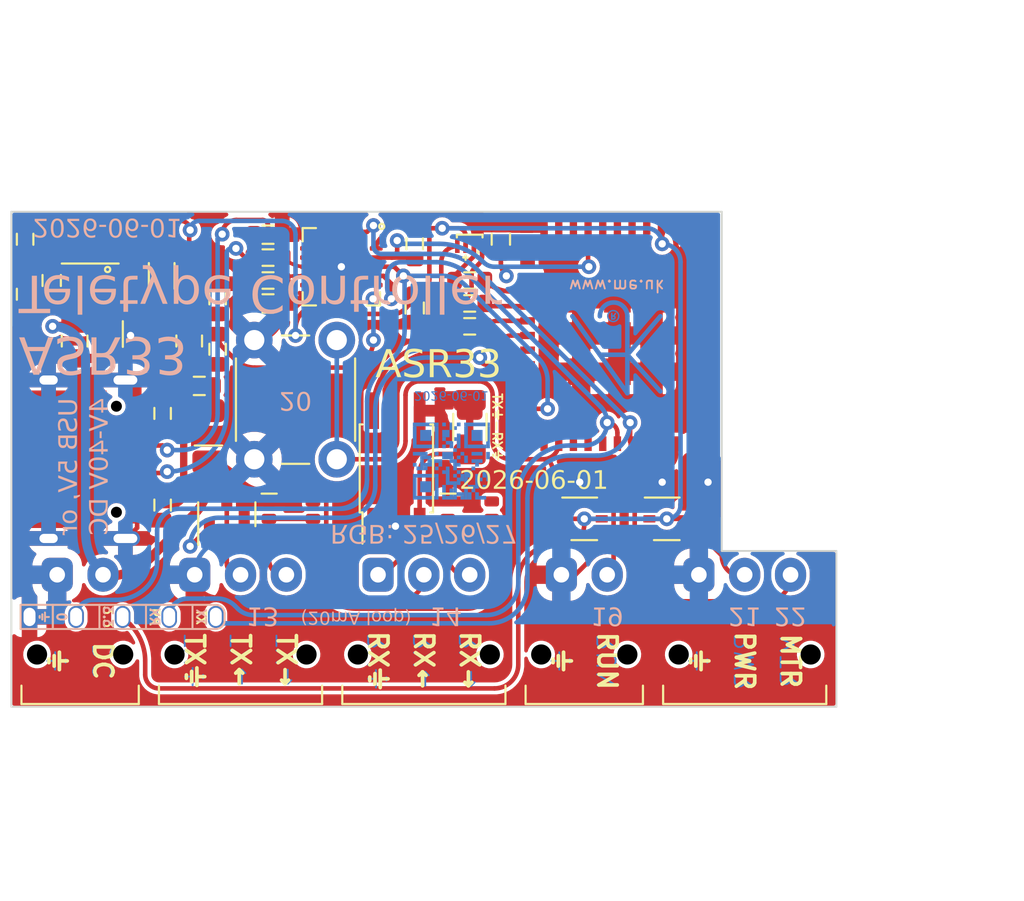
<source format=kicad_pcb>
(kicad_pcb (version 20221018) (generator pcbnew)
  (title_block (title "ASR33 driver") (rev "1") (comment 1 "www.me.uk") (comment 2 "@TheRealRevK"))
  (layers (0 "F.Cu" signal) (31 "B.Cu" signal) (34 "B.Paste" user) (35 "F.Paste" user) (36 "B.SilkS" user "B.Silkscreen") (37 "F.SilkS" user "F.Silkscreen") (38 "B.Mask" user) (39 "F.Mask" user) (44 "Edge.Cuts" user))
  (net 0 "")
  (net 1 "D+")
  (net 2 "GND")
  (net 3 "D-")
  (net 4 "+3V3")
  (net 5 "VBUS")
  (net 6 "Net-(D1-GK)")
  (net 7 "MTR")
  (net 8 "PWR")
  (net 9 "RUN")
  (net 10 "RX20MA")
  (net 11 "O")
  (net 12 "I")
  (net 13 "Net-(D1-RK)")
  (net 14 "Net-(D1-BK)")
  (net 15 "Net-(J5-Pin_3)")
  (net 16 "Net-(J5-Pin_2)")
  (net 17 "Net-(J6-Pin_3)")
  (net 18 "Net-(J6-Pin_2)")
  (net 19 "Net-(J6-Pin_1)")
  (net 20 "Net-(J7-CC1)")
  (net 22 "EN")
  (net 23 "Net-(J7-CC2)")
  (net 25 "Net-(U2-CBUS3)")
  (net 26 "GPIO0")
  (net 27 "Net-(U6-FB)")
  (net 28 "TX20MA")
  (net 29 "Net-(C2-Pad1)")
  (net 31 "R")
  (net 32 "G")
  (net 33 "B")
  (net 37 "Net-(C3-Pad1)")
  (net 43 "BUTTON")
  (net 47 "DC")
  (footprint "RevK:D_1206_" (layer "F.Cu") (at 126.58 100.17)
    (fp_text reference "D5" hide)
    (fp_text value "Schottky")
  )
  (footprint "RevK:SOT-457" (layer "F.Cu") (at 145 110.25)
    (fp_text reference "U4" hide)
    (fp_text value "NCR402U")
  )
  (footprint "RevK:R_0603" (layer "F.Cu") (at 145 99.75)
    (fp_text reference "R6" hide)
    (fp_text value "100R")
  )
  (footprint "RevK:R_0603" (layer "F.Cu") (at 142 95.25 90)
    (fp_text reference "R1" hide)
    (fp_text value "10k")
  )
  (footprint "RevK:QFN-20-1EP_4x4mm_P0.5mm_EP2.5x2.5mm" (layer "F.Cu") (at 138 96.5 -90)
    (fp_text reference "U2" hide)
    (fp_text value "FT231XQ")
  )
  (footprint "Package_SO:SO-4_4.4x3.6mm_P2.54mm" (layer "F.Cu") (at 141 107.5 90)
    (fp_text reference "U5" hide)
    (fp_text value "LTV-356T")
  )
  (footprint "RevK:C_0603" (layer "F.Cu") (at 130.25 103)
    (fp_text reference "C4" hide)
    (fp_text value "10nF")
  )
  (footprint "RevK:Pad_1206_0805_Bridged" (layer "F.Cu") (at 145 105.25 -90)
    (fp_text reference "JP1" hide)
    (fp_text value "Jumper_2_Bridged")
  )
  (footprint "RevK:R_0603" (layer "F.Cu") (at 120.75 98 90)
    (fp_text reference "R12" hide)
    (fp_text value "30k 1%")
  )
  (footprint "RevK:C_0603_" (layer "F.Cu") (at 122.2 97.25 90)
    (fp_text reference "C5" hide)
    (fp_text value "100nF")
  )
  (footprint "RevK:PTSM-HH1-3-RA" (layer "F.Cu") (at 132.5 113.3)
    (fp_text reference "J5" hide)
    (fp_text value "Tx")
  )
  (footprint "RevK:C_0603" (layer "F.Cu") (at 134 94.75)
    (fp_text reference "C3" hide)
    (fp_text value "47pF")
  )
  (footprint "RevK:SOT-457" (layer "F.Cu") (at 135.25 110.25)
    (fp_text reference "U3" hide)
    (fp_text value "NCR402U")
  )
  (footprint "RevK:USC16-TR" (layer "F.Cu") (at 124.34 107 -90)
    (fp_text reference "J7" hide)
    (fp_text value "USB-C")
  )
  (footprint "RevK:R_0603" (layer "F.Cu") (at 128.25 109.5 90)
    (fp_text reference "R8" hide)
    (fp_text value "5K1")
  )
  (footprint "RevK:C_0805_" (layer "F.Cu") (at 129.7 100.55 90)
    (fp_text reference "C7" hide)
    (fp_text value "10uF")
  )
  (footprint "RevK:R_0603" (layer "F.Cu") (at 120.75 95 -90)
    (fp_text reference "R11" hide)
    (fp_text value "100k 1%")
  )
  (footprint "RevK:R_0603" (layer "F.Cu") (at 128.25 104.5 90)
    (fp_text reference "R7" hide)
    (fp_text value "5K1")
  )
  (footprint "RevK:R_0603" (layer "F.Cu") (at 131.25 101 90)
    (fp_text reference "R2" hide)
    (fp_text value "4k7")
  )
  (footprint "RevK:ESP32-PICO-MINI-02" (layer "F.Cu") (at 153.05675 100.25 -90)
    (fp_text reference "U1" hide)
    (fp_text value "ESP32-PICO-MINI-02")
  )
  (footprint "Package_TO_SOT_SMD:SOT-363_SC-70-6" (layer "F.Cu") (at 155.75 110.25)
    (fp_text reference "D2" hide)
    (fp_text value "BAV99S")
  )
  (footprint "RevK:C_0603" (layer "F.Cu") (at 134 98.5)
    (fp_text reference "C2" hide)
    (fp_text value "47pF")
  )
  (footprint "RevK:R_0603" (layer "F.Cu") (at 145 97.25)
    (fp_text reference "R4" hide)
    (fp_text value "300R")
  )
  (footprint "RevK:MHS190RGBCT" (layer "F.Cu") (at 145 95.5)
    (fp_text reference "D1" hide)
    (fp_text value "LED_BARG" hide)
  )
  (footprint "RevK:D_1206" (layer "F.Cu") (at 130.75 105.75 90)
    (fp_text reference "D4" hide)
    (fp_text value "Schottky")
  )
  (footprint "RevK:R_0603" (layer "F.Cu") (at 134 97.25)
    (fp_text reference "R9" hide)
    (fp_text value "27R")
  )
  (footprint "RevK:R_0603" (layer "F.Cu") (at 131.25 98.25 90)
    (fp_text reference "R3" hide)
    (fp_text value "10k")
  )
  (footprint "Package_TO_SOT_SMD:SOT-23" (layer "F.Cu") (at 131.75 110 90)
    (fp_text reference "Q1" hide)
    (fp_text value "NX7002AK")
  )
  (footprint "RevK:SOT-23-Thin-6-Reg" (layer "F.Cu") (at 124.3 97)
    (fp_text reference "U6" hide)
    (fp_text value "LMR16006XDDCR")
  )
  (footprint "RevK:PTSM-HH1-3-RA" (layer "F.Cu") (at 142.5 113.3)
    (fp_text reference "J6" hide)
    (fp_text value "Rx")
  )
  (footprint "RevK:R_0603" (layer "F.Cu") (at 145 98.5)
    (fp_text reference "R5" hide)
    (fp_text value "1K")
  )
  (footprint "RevK:R_0603" (layer "F.Cu") (at 134 96 180)
    (fp_text reference "R10" hide)
    (fp_text value "27R")
  )
  (footprint "RevK:PTSM-HH1-2-RA" (layer "F.Cu") (at 123.75 113.3)
    (fp_text reference "J2" hide)
    (fp_text value "DC")
  )
  (footprint "RevK:Shelly" (layer "F.Cu") (at 126.07 115.6 180)
    (fp_text reference "J1" hide)
    (fp_text value "Shelly" hide)
  )
  (footprint "RevK:L_4x4_" (layer "F.Cu") (at 128.2 97)
    (fp_text reference "L1" hide)
    (fp_text value "6.8uH")
  )
  (footprint "RevK:C_0805_" (layer "F.Cu") (at 123.45 100.55 90)
    (fp_text reference "C6" hide)
    (fp_text value "2.2uF")
  )
  (footprint "RevK:C_0603" (layer "F.Cu") (at 146.7 95 -90)
    (fp_text reference "C8" hide)
    (fp_text value "1uF")
  )
  (footprint "RevK:SW_PUSH_6mm_PTH" (layer "F.Cu") (at 135.5 103.75 90)
    (fp_text reference "SW1" hide)
    (fp_text value "SW_Push")
  )
  (footprint "RevK:PTSM-HH1-3-RA" (layer "F.Cu") (at 160 113.3)
    (fp_text reference "J3" hide)
    (fp_text value "Power")
  )
  (footprint "Package_TO_SOT_SMD:SOT-363_SC-70-6" (layer "F.Cu") (at 151.25 110.25)
    (fp_text reference "D3" hide)
    (fp_text value "BAV99S")
  )
  (footprint "RevK:PTSM-HH1-2-RA" (layer "F.Cu") (at 151.25 113.3)
    (fp_text reference "J4" hide)
    (fp_text value "RUN")
  )
  (footprint "RevK:C_0603" (layer "F.Cu") (at 142 98.75 -90)
    (fp_text reference "C1" hide)
    (fp_text value "100nF")
  )
  (footprint "RevK:QR-ASR33" (layer "B.Cu") (at 144 107.1)
    (fp_text reference "U7" hide)
    (fp_text value "QR" hide)
  )
  (footprint "RevK:AJK" (layer "B.Cu") (at 153.6 101.3)
    (fp_text reference "Logo1" hide)
    (fp_text value "AJK" hide)
  )
  (gr_line (start 158.75 93.5) (end 158.75 112) (stroke (width 0.1)) (layer "Edge.Cuts"))
  (gr_line (start 165 120.5) (end 120 120.5) (stroke (width 0.1)) (layer "Edge.Cuts"))
  (gr_line (start 158.75 112) (end 165 112) (stroke (width 0.1)) (layer "Edge.Cuts"))
  (gr_line (start 120 120.5) (end 120 93.5) (stroke (width 0.1)) (layer "Edge.Cuts"))
  (gr_line (start 165 112) (end 165 120.5) (stroke (width 0.1)) (layer "Edge.Cuts"))
  (gr_line (start 120 93.5) (end 158.75 93.5) (stroke (width 0.1)) (layer "Edge.Cuts"))
  (gr_text "⏚" (at 150 118 90) (layer "B.Cu") (effects (font (size 1 1) (thickness 0.1)) (justify mirror)))
  (gr_text "⏚" (at 122.5 118 90) (layer "B.Cu") (effects (font (size 1 1) (thickness 0.1)) (justify mirror)))
  (gr_text "TX←" (at 132.5 118 90) (layer "B.Cu") (effects (font (size 1 1) (thickness 0.1)) (justify mirror)))
  (gr_text "MTR" (at 162.5 118 90) (layer "B.Cu") (effects (font (size 1 1) (thickness 0.1)) (justify mirror)))
  (gr_text "⏚" (at 157.5 118 90) (layer "B.Cu") (effects (font (size 1 1) (thickness 0.1)) (justify mirror)))
  (gr_text "RX→" (at 145 118 90) (layer "B.Cu") (effects (font (size 1 1) (thickness 0.1)) (justify mirror)))
  (gr_text "RUN" (at 152.5 118 90) (layer "B.Cu") (effects (font (size 1 1) (thickness 0.1)) (justify mirror)))
  (gr_text "DC" (at 125 118 90) (layer "B.Cu") (effects (font (size 1 1) (thickness 0.1)) (justify mirror)))
  (gr_text "TX→" (at 135 118 90) (layer "B.Cu") (effects (font (size 1 1) (thickness 0.1)) (justify mirror)))
  (gr_text "TX⏚" (at 130 118 90) (layer "B.Cu") (effects (font (size 1 1) (thickness 0.1)) (justify mirror)))
  (gr_text "PWR" (at 160 118 90) (layer "B.Cu") (effects (font (size 1 1) (thickness 0.1)) (justify mirror)))
  (gr_text "RX⏚" (at 140 118 90) (layer "B.Cu") (effects (font (size 1 1) (thickness 0.1)) (justify mirror)))
  (gr_text "RX←" (at 142.5 118 90) (layer "B.Cu") (effects (font (size 1 1) (thickness 0.1)) (justify mirror)))
  (gr_text "21" (at 160 115.5 180) (layer "B.SilkS") (effects (font (size 1 1)) (justify mirror)))
  (gr_text "${CURRENT_DATE}" (at 129.3 94.3 180) (layer "B.SilkS") (effects (font (size 1 1)) (justify right mirror)))
  (gr_text "(20mA loop)" (at 138.8 115.6 180) (layer "B.SilkS") (effects (font (size 0.7 0.7)) (justify mirror)))
  (gr_text "ASR33\nTeletype Controller" (at 120.4 99.5 180) (layer "B.SilkS") (effects (font (size 2 2)) (justify left mirror)))
  (gr_text "USB 5V, or\n4V-40V DC" (at 124 107.4 90) (layer "B.SilkS") (effects (font (size 1 1)) (justify mirror)))
  (gr_text "14" (at 143.7 115.5 180) (layer "B.SilkS") (effects (font (size 1 1)) (justify mirror)))
  (gr_text "22" (at 162.5 115.5 180) (layer "B.SilkS") (effects (font (size 1 1)) (justify mirror)))
  (gr_text "20" (at 135.5 103.75 180) (layer "B.SilkS") (effects (font (size 1 1)) (justify mirror)))
  (gr_text "RGB: 25/26/27" (at 142.5 111 180) (layer "B.SilkS") (effects (font (size 1 1)) (justify mirror)))
  (gr_text "19" (at 152.5 115.5 180) (layer "B.SilkS") (effects (font (size 1 1)) (justify mirror)))
  (gr_text "13" (at 133.7 115.5 180) (layer "B.SilkS") (effects (font (size 1 1)) (justify mirror)))
  (gr_text "MTR" (at 162.5 118 270) (layer "F.SilkS") (effects (font (size 1 1) (thickness 0.2))))
  (gr_text "⏚" (at 122.5 118 270) (layer "F.SilkS") (effects (font (size 1 1) (thickness 0.2))))
  (gr_text "RUN" (at 152.5 118 270) (layer "F.SilkS") (effects (font (size 1 1) (thickness 0.2))))
  (gr_text "⏚" (at 157.5 118 270) (layer "F.SilkS") (effects (font (size 1 1) (thickness 0.2))))
  (gr_text "TX⏚" (at 130 118 270) (layer "F.SilkS") (effects (font (size 1 1) (thickness 0.2))))
  (gr_text "TX⏚-RX⏚" (at 146.5 105.25 270) (layer "F.SilkS") (effects (font (size 0.5 0.5) (thickness 0.1))))
  (gr_text "TX←" (at 132.5 118 270) (layer "F.SilkS") (effects (font (size 1 1) (thickness 0.2))))
  (gr_text "PWR" (at 160 118 270) (layer "F.SilkS") (effects (font (size 1 1) (thickness 0.2))))
  (gr_text "TX→" (at 135 118 270) (layer "F.SilkS") (effects (font (size 1 1) (thickness 0.2))))
  (gr_text "⏚" (at 150 118 270) (layer "F.SilkS") (effects (font (size 1 1) (thickness 0.2))))
  (gr_text "RX←" (at 142.5 118 270) (layer "F.SilkS") (effects (font (size 1 1) (thickness 0.2))))
  (gr_text "RX⏚" (at 140 118 270) (layer "F.SilkS") (effects (font (size 1 1) (thickness 0.2))))
  (gr_text "ASR33" (at 143.3 101.9) (layer "F.SilkS") (effects (font (size 1.5 1.5))))
  (gr_text "RX→" (at 145 118 270) (layer "F.SilkS") (effects (font (size 1 1) (thickness 0.2))))
  (gr_text "${CURRENT_DATE}" (at 148.5 108.2) (layer "F.SilkS") (effects (font (size 1 1))))
  (gr_text "DC" (at 125 118 270) (layer "F.SilkS") (effects (font (size 1 1) (thickness 0.2))))
  (segment (start 136.1 96.5) (end 136.032106 96.5) (width 0.2) (layer "F.Cu") (net 1))
  (arc (start 136.032106 96.5) (mid 135.378825 96.370054) (end 134.825 96) (width 0.2) (layer "F.Cu") (net 1))
  (segment (start 128.0625 100.17) (end 126.58 100.17) (width 0.5) (layer "F.Cu") (net 2))
  (segment (start 138.5 96) (end 138 96.5) (width 0.25) (layer "F.Cu") (net 2))
  (segment (start 134.775 94.75) (end 135.35 94.75) (width 0.25) (layer "F.Cu") (net 2))
  (segment (start 151.50665 112.55665) (end 151.325 112.738299) (width 0.25) (layer "F.Cu") (net 2))
  (segment (start 138 94.6) (end 138 96.5) (width 0.25) (layer "F.Cu") (net 2))
  (segment (start 126.86 110.2) (end 126.86 110.74) (width 0.25) (layer "F.Cu") (net 2))
  (segment (start 138 98.4) (end 138 96.5) (width 0.25) (layer "F.Cu") (net 2))
  (segment (start 129.7 101.5) (end 129.7 102.775) (width 0.25) (layer "F.Cu") (net 2))
  (segment (start 126.86 103.8) (end 128.125 103.8) (width 0.25) (layer "F.Cu") (net 2))
  (segment (start 132.99335 112.05665) (end 133.383884 112.447184) (width 0.25) (layer "F.Cu") (net 2))
  (segment (start 151.50665 112.55665) (end 150.7633 113.3) (width 0.25) (layer "F.Cu") (net 2))
  (segment (start 137.5 94.6) (end 137.5 96) (width 0.25) (layer "F.Cu") (net 2))
  (segment (start 126.86 110.2) (end 128.125 110.2) (width 0.25) (layer "F.Cu") (net 2))
  (segment (start 132.7 110.9375) (end 132.7 111.348441) (width 0.25) (layer "F.Cu") (net 2))
  (segment (start 152.2 111.863299) (end 151.50665 112.55665) (width 0.25) (layer "F.Cu") (net 2))
  (segment (start 137 94.6) (end 137 95.5) (width 0.25) (layer "F.Cu") (net 2))
  (segment (start 152.2 110.9) (end 152.2 111.863299) (width 0.25) (layer "F.Cu") (net 2))
  (segment (start 136.1 95.5) (end 137 95.5) (width 0.25) (layer "F.Cu") (net 2))
  (segment (start 132.986701 114.55) (end 131.25 114.55) (width 0.25) (layer "F.Cu") (net 2))
  (segment (start 126.58 100.17) (end 126.5 100.25) (width 0.5) (layer "F.Cu") (net 2))
  (segment (start 138.5 94.6) (end 138.5 96) (width 0.25) (layer "F.Cu") (net 2))
  (segment (start 150.7633 113.3) (end 150 113.3) (width 0.25) (layer "F.Cu") (net 2))
  (segment (start 137 95.5) (end 138 96.5) (width 0.25) (layer "F.Cu") (net 2))
  (segment (start 134.775 98.5) (end 134.775 98.975) (width 0.25) (layer "F.Cu") (net 2))
  (segment (start 133.675 113.15) (end 133.675 113.861701) (width 0.25) (layer "F.Cu") (net 2))
  (segment (start 126.86 110.74) (end 126.28 111.32) (width 0.25) (layer "F.Cu") (net 2))
  (segment (start 129.7 102.775) (end 129.475 103) (width 0.25) (layer "F.Cu") (net 2))
  (via (at 140.95 110.65) (size 0.8) (drill 0.4) (layers "F.Cu" "B.Cu") (net 2))
  (via (at 151 108.25) (size 0.8) (drill 0.4) (layers "F.Cu" "B.Cu") (net 2))
  (via (at 126.5 100.25) (size 0.8) (drill 0.4) (layers "F.Cu" "B.Cu") (net 2))
  (via (at 138 96.5) (size 0.8) (drill 0.4) (layers "F.Cu" "B.Cu") (net 2))
  (via (at 155.5 108.25) (size 0.8) (drill 0.4) (layers "F.Cu" "B.Cu") (net 2))
  (via (at 158 108.25) (size 0.8) (drill 0.4) (layers "F.Cu" "B.Cu") (net 2))
  (arc (start 135.35 94.75) (mid 135.88033 94.96967) (end 136.1 95.5) (width 0.25) (layer "F.Cu") (net 2))
  (arc (start 128.125 103.8) (mid 128.213388 103.763388) (end 128.25 103.675) (width 0.25) (layer "F.Cu") (net 2))
  (arc (start 128.125 110.2) (mid 128.213388 110.236612) (end 128.25 110.325) (width 0.25) (layer "F.Cu") (net 2))
  (arc (start 133.383884 112.447184) (mid 133.599341 112.769638) (end 133.675 113.15) (width 0.25) (layer "F.Cu") (net 2))
  (arc (start 132.7 111.348441) (mid 132.776239 111.73172) (end 132.99335 112.05665) (width 0.25) (layer "F.Cu") (net 2))
  (arc (start 134.775 98.975) (mid 134.328338 100.053338) (end 133.25 100.5) (width 0.25) (layer "F.Cu") (net 2))
  (arc (start 131.25 114.55) (mid 130.366117 114.183883) (end 130 113.3) (width 0.25) (layer "F.Cu") (net 2))
  (arc (start 133.675 113.861701) (mid 133.473402 114.348402) (end 132.986701 114.55) (width 0.25) (layer "F.Cu") (net 2))
  (segment (start 138.45 111.35) (end 140.25 111.35) (width 0.25) (layer "B.Cu") (net 2))
  (segment (start 131.95 111.35) (end 138.45 111.35) (width 0.25) (layer "B.Cu") (net 2))
  (arc (start 140.25 111.35) (mid 140.744975 111.144975) (end 140.95 110.65) (width 0.25) (layer "B.Cu") (net 2))
  (arc (start 130 113.3) (mid 130.571142 111.921142) (end 131.95 111.35) (width 0.25) (layer "B.Cu") (net 2))
  (segment (start 136.1 97) (end 135.428553 97) (width 0.2) (layer "F.Cu") (net 3))
  (arc (start 135.428553 97) (mid 135.101913 97.064973) (end 134.825 97.25) (width 0.2) (layer "F.Cu") (net 3))
  (segment (start 155.5 94.39325) (end 155.45675 94.35) (width 0.25) (layer "F.Cu") (net 4))
  (segment (start 135.5 99.9) (end 135.5 100.25) (width 0.25) (layer "F.Cu") (net 4))
  (segment (start 129.25 94) (end 120.925 94) (width 0.25) (layer "F.Cu") (net 4))
  (segment (start 126.472685 116.002685) (end 126.07 115.6) (width 0.25) (layer "F.Cu") (net 4))
  (segment (start 137 98.4) (end 137.5 98.4) (width 0.25) (layer "F.Cu") (net 4))
  (segment (start 137.777192 99.07452) (end 140.82452 99.07452) (width 0.25) (layer "F.Cu") (net 4))
  (segment (start 151.25 110.25) (end 152.2 110.25) (width 0.25) (layer "F.Cu") (net 4))
  (segment (start 143.5 94.4) (end 142.025 94.4) (width 0.25) (layer "F.Cu") (net 4))
  (segment (start 141.78938 98.483482) (end 141.462675 98.810187) (width 0.25) (layer "F.Cu") (net 4))
  (segment (start 155.5 95.25) (end 155.5 94.39325) (width 0.25) (layer "F.Cu") (net 4))
  (segment (start 140.545387 94.545387) (end 140.118656 94.972118) (width 0.25) (layer "F.Cu") (net 4))
  (segment (start 127.3 118.75) (end 127.3 118) (width 0.25) (layer "F.Cu") (net 4))
  (segment (start 140.551407 94.539366) (end 140.545387 94.545387) (width 0.25) (layer "F.Cu") (net 4))
  (segment (start 143.5 94.4) (end 144.375 94.4) (width 0.25) (layer "F.Cu") (net 4))
  (segment (start 129.7 94.55) (end 129.75 94.5) (width 0.25) (layer "F.Cu") (net 4))
  (segment (start 142.79952 94.486514) (end 142.79952 97.17548) (width 0.25) (layer "F.Cu") (net 4))
  (segment (start 144.775 94.8) (end 144.775 95.5) (width 0.25) (layer "F.Cu") (net 4))
  (segment (start 147.65 113.66434) (end 147.65 118.2) (width 0.25) (layer "F.Cu") (net 4))
  (segment (start 151.25 110.25) (end 151.25 110.55) (width 0.25) (layer "F.Cu") (net 4))
  (segment (start 137.5 98.797328) (end 137.5 98.4) (width 0.25) (layer "F.Cu") (net 4))
  (segment (start 155.75 110.25) (end 156.7 110.25) (width 0.25) (layer "F.Cu") (net 4))
  (segment (start 150.3 110.25) (end 151.25 110.25) (width 0.25) (layer "F.Cu") (net 4))
  (segment (start 146.35 119.5) (end 128.05 119.5) (width 0.25) (layer "F.Cu") (net 4))
  (segment (start 141.577513 94.25) (end 141.25 94.25) (width 0.25) (layer "F.Cu") (net 4))
  (segment (start 136.825 98.575) (end 137 98.4) (width 0.25) (layer "F.Cu") (net 4))
  (segment (start 143.5 94.4) (end 142.886034 94.4) (width 0.25) (layer "F.Cu") (net 4))
  (segment (start 150.15 111.65) (end 149.66434 111.65) (width 0.25) (layer "F.Cu") (net 4))
  (segment (start 154.8 110.25) (end 155.75 110.25) (width 0.25) (layer "F.Cu") (net 4))
  (segment (start 129.7 97.05) (end 129.7 94.55) (width 0.25) (layer "F.Cu") (net 4))
  (via (at 155.5 95.25) (size 0.8) (drill 0.4) (layers "F.Cu" "B.Cu") (net 4))
  (via (at 143.5 94.4) (size 0.8) (drill 0.4) (layers "F.Cu" "B.Cu") (net 4))
  (via (at 151.25 110.25) (size 0.8) (drill 0.4) (layers "F.Cu" "B.Cu") (net 4))
  (via (at 135.5 100.25) (size 0.8) (drill 0.4) (layers "F.Cu" "B.Cu") (net 4))
  (via (at 155.75 110.25) (size 0.8) (drill 0.4) (layers "F.Cu" "B.Cu") (net 4))
  (via (at 129.75 94.5) (size 0.8) (drill 0.4) (layers "F.Cu" "B.Cu") (net 4))
  (arc (start 142.886034 94.4) (mid 142.824859 94.425339) (end 142.79952 94.486514) (width 0.25) (layer "F.Cu") (net 4))
  (arc (start 136.825 98.575) (mid 135.888084 98.963084) (end 135.5 99.9) (width 0.25) (layer "F.Cu") (net 4))
  (arc (start 142.79952 97.17548) (mid 142.565346 97.740826) (end 142 97.975) (width 0.25) (layer "F.Cu") (net 4))
  (arc (start 141.25 94.25) (mid 140.871924 94.325204) (end 140.551407 94.539366) (width 0.25) (layer "F.Cu") (net 4))
  (arc (start 144.375 94.4) (mid 144.657843 94.517157) (end 144.775 94.8) (width 0.25) (layer "F.Cu") (net 4))
  (arc (start 151.25 110.55) (mid 150.927817 111.327817) (end 150.15 111.65) (width 0.25) (layer "F.Cu") (net 4))
  (arc (start 128.05 119.5) (mid 127.51967 119.28033) (end 127.3 118.75) (width 0.25) (layer "F.Cu") (net 4))
  (arc (start 142 94.425) (mid 141.806162 94.295481) (end 141.577513 94.25) (width 0.25) (layer "F.Cu") (net 4))
  (arc (start 127.3 118) (mid 127.084988 116.919061) (end 126.472685 116.002685) (width 0.25) (layer "F.Cu") (net 4))
  (arc (start 142.825 94.425) (mid 142.806142 94.453223) (end 142.79952 94.486514) (width 0.25) (layer "F.Cu") (net 4))
  (arc (start 120.925 94) (mid 120.801256 94.051256) (end 120.75 94.175) (width 0.25) (layer "F.Cu") (net 4))
  (arc (start 140.118656 94.972118) (mid 139.956827 95.214312) (end 139.9 95.5) (width 0.25) (layer "F.Cu") (net 4))
  (arc (start 142 97.975) (mid 141.945262 98.250188) (end 141.78938 98.483482) (width 0.25) (layer "F.Cu") (net 4))
  (arc (start 137.777192 99.07452) (mid 137.581188 98.993332) (end 137.5 98.797328) (width 0.25) (layer "F.Cu") (net 4))
  (arc (start 149.66434 111.65) (mid 148.239987 112.239987) (end 147.65 113.66434) (width 0.25) (layer "F.Cu") (net 4))
  (arc (start 147.65 118.2) (mid 147.269239 119.119239) (end 146.35 119.5) (width 0.25) (layer "F.Cu") (net 4))
  (arc (start 142.025 94.4) (mid 142.007322 94.407322) (end 142 94.425) (width 0.25) (layer "F.Cu") (net 4))
  (arc (start 129.75 94.5) (mid 129.603553 94.146447) (end 129.25 94) (width 0.25) (layer "F.Cu") (net 4))
  (arc (start 141.462675 98.810187) (mid 141.169887 99.005822) (end 140.82452 99.07452) (width 0.25) (layer "F.Cu") (net 4))
  (arc (start 136.1 97.5) (mid 136.736396 97.763604) (end 137 98.4) (width 0.25) (layer "F.Cu") (net 4))
  (segment (start 156.5 109.5) (end 156.5 96.25) (width 0.25) (layer "B.Cu") (net 4))
  (segment (start 143.5 94.4) (end 154.65 94.4) (width 0.25) (layer "B.Cu") (net 4))
  (segment (start 135.5 94.75) (end 135.5 100.25) (width 0.25) (layer "B.Cu") (net 4))
  (segment (start 130.25 94) (end 134.75 94) (width 0.25) (layer "B.Cu") (net 4))
  (segment (start 151.25 110.25) (end 155.75 110.25) (width 0.25) (layer "B.Cu") (net 4))
  (arc (start 154.65 94.4) (mid 155.251041 94.648959) (end 155.5 95.25) (width 0.25) (layer "B.Cu") (net 4))
  (arc (start 134.75 94) (mid 135.28033 94.21967) (end 135.5 94.75) (width 0.25) (layer "B.Cu") (net 4))
  (arc (start 129.75 94.5) (mid 129.896447 94.146447) (end 130.25 94) (width 0.25) (layer "B.Cu") (net 4))
  (arc (start 155.75 110.25) (mid 156.28033 110.03033) (end 156.5 109.5) (width 0.25) (layer "B.Cu") (net 4))
  (arc (start 156.5 96.25) (mid 156.207107 95.542893) (end 155.5 95.25) (width 0.25) (layer "B.Cu") (net 4))
  (segment (start 131.025 104.075) (end 130.75 104.35) (width 0.25) (layer "F.Cu") (net 5))
  (segment (start 126.86 104.6) (end 126.935 104.525) (width 0.4) (layer "F.Cu") (net 5))
  (segment (start 131.025 103) (end 131.025 104.075) (width 0.25) (layer "F.Cu") (net 5))
  (segment (start 128.725 109.475) (end 126.935 109.475) (width 0.4) (layer "F.Cu") (net 5))
  (segment (start 126.935 104.525) (end 129.4 104.525) (width 0.4) (layer "F.Cu") (net 5))
  (segment (start 129.4 104.525) (end 130.575 104.525) (width 0.4) (layer "F.Cu") (net 5))
  (segment (start 129.4 108.8) (end 129.4 104.525) (width 0.4) (layer "F.Cu") (net 5))
  (segment (start 131.25 102.775) (end 131.025 103) (width 0.25) (layer "F.Cu") (net 5))
  (segment (start 131.25 101.825) (end 131.25 102.775) (width 0.25) (layer "F.Cu") (net 5))
  (arc (start 130.5 104.6) (mid 130.676777 104.526777) (end 130.75 104.35) (width 0.25) (layer "F.Cu") (net 5))
  (arc (start 126.935 109.475) (mid 126.881967 109.453033) (end 126.86 109.4) (width 0.4) (layer "F.Cu") (net 5))
  (arc (start 130.575 104.525) (mid 130.698744 104.473744) (end 130.75 104.35) (width 0.4) (layer "F.Cu") (net 5))
  (arc (start 128.725 109.475) (mid 129.202297 109.277297) (end 129.4 108.8) (width 0.4) (layer "F.Cu") (net 5))
  (segment (start 145.675 95.925) (end 145.675 95.375) (width 0.25) (layer "F.Cu") (net 6))
  (segment (start 145.1 97.575) (end 145.1 96.928835) (width 0.25) (layer "F.Cu") (net 6))
  (segment (start 145.225603 96.625603) (end 145.49737 96.353836) (width 0.25) (layer "F.Cu") (net 6))
  (arc (start 145.49737 96.353836) (mid 145.628836 96.157084) (end 145.675 95.925) (width 0.25) (layer "F.Cu") (net 6))
  (arc (start 145.1 96.928835) (mid 145.132643 96.764727) (end 145.225603 96.625603) (width 0.25) (layer "F.Cu") (net 6))
  (arc (start 144.175 98.5) (mid 144.829074 98.229074) (end 145.1 97.575) (width 0.25) (layer "F.Cu") (net 6))
  (segment (start 154.225 110.9) (end 154.8 110.9) (width 0.25) (layer "F.Cu") (net 7))
  (segment (start 156.25675 106.15) (end 156.25675 106.74325) (width 0.25) (layer "F.Cu") (net 7))
  (segment (start 155.5 107.5) (end 155 107.5) (width 0.25) (layer "F.Cu") (net 7))
  (segment (start 154.8 110.9) (end 154.8 112.787493) (width 0.25) (layer "F.Cu") (net 7))
  (segment (start 154 108.5) (end 154 110.675) (width 0.25) (layer "F.Cu") (net 7))
  (segment (start 156.762507 114.75) (end 161.15 114.75) (width 0.25) (layer "F.Cu") (net 7))
  (arc (start 156.25675 106.74325) (mid 156.035103 107.278353) (end 155.5 107.5) (width 0.25) (layer "F.Cu") (net 7))
  (arc (start 154 110.675) (mid 154.065901 110.834099) (end 154.225 110.9) (width 0.25) (layer "F.Cu") (net 7))
  (arc (start 161.15 114.75) (mid 162.104594 114.354594) (end 162.5 113.4) (width 0.25) (layer "F.Cu") (net 7))
  (arc (start 154.8 112.787493) (mid 155.374805 114.175195) (end 156.762507 114.75) (width 0.25) (layer "F.Cu") (net 7))
  (arc (start 155 107.5) (mid 154.292893 107.792893) (end 154 108.5) (width 0.25) (layer "F.Cu") (net 7))
  (segment (start 158.25 110.575) (end 158.25 111.75) (width 0.25) (layer "F.Cu") (net 8))
  (segment (start 159.9 113.4) (end 160 113.4) (width 0.25) (layer "F.Cu") (net 8))
  (segment (start 158.25 111.75) (end 158.75 112.25) (width 0.25) (layer "F.Cu") (net 8))
  (segment (start 156.7 109.6) (end 157.275 109.6) (width 0.25) (layer "F.Cu") (net 8))
  (segment (start 157.05675 106.15) (end 157.05675 106.69325) (width 0.25) (layer "F.Cu") (net 8))
  (segment (start 156.7 107.05) (end 156.7 109.6) (width 0.25) (layer "F.Cu") (net 8))
  (arc (start 157.05675 106.69325) (mid 157.040128 106.733378) (end 157 106.75) (width 0.25) (layer "F.Cu") (net 8))
  (arc (start 157 106.75) (mid 156.787868 106.837868) (end 156.7 107.05) (width 0.25) (layer "F.Cu") (net 8))
  (arc (start 157.275 109.6) (mid 157.964429 109.885571) (end 158.25 110.575) (width 0.25) (layer "F.Cu") (net 8))
  (arc (start 158.75 112.25) (mid 159.086827 113.063173) (end 159.9 113.4) (width 0.25) (layer "F.Cu") (net 8))
  (segment (start 155.25 107) (end 154 107) (width 0.25) (layer "F.Cu") (net 9))
  (segment (start 152.2 109.6) (end 152.2 108.8) (width 0.25) (layer "F.Cu") (net 9))
  (segment (start 152.775 109.6) (end 152.2 109.6) (width 0.25) (layer "F.Cu") (net 9))
  (segment (start 152.849511 113.050489) (end 152.849511 109.674511) (width 0.25) (layer "F.Cu") (net 9))
  (segment (start 155.45675 106.15) (end 155.45675 106.79325) (width 0.25) (layer "F.Cu") (net 9))
  (arc (start 152.5 113.4) (mid 152.747142 113.297631) (end 152.849511 113.050489) (width 0.25) (layer "F.Cu") (net 9))
  (arc (start 155.45675 106.79325) (mid 155.396194 106.939444) (end 155.25 107) (width 0.25) (layer "F.Cu") (net 9))
  (arc (start 152.2 108.8) (mid 152.727208 107.527208) (end 154 107) (width 0.25) (layer "F.Cu") (net 9))
  (arc (start 152.849511 109.674511) (mid 152.827687 109.621824) (end 152.775 109.6) (width 0.25) (layer "F.Cu") (net 9))
  (segment (start 139.73 104.35) (end 139.73 104.28431) (width 0.25) (layer "F.Cu") (net 10))
  (segment (start 143.36431 100.65) (end 146.313004 100.65) (width 0.25) (layer "F.Cu") (net 10))
  (segment (start 148.15675 100.25) (end 147.278688 100.25) (width 0.25) (layer "F.Cu") (net 10))
  (arc (start 147.278688 100.25) (mid 146.999831 100.305468) (end 146.763428 100.463428) (width 0.25) (layer "F.Cu") (net 10))
  (arc (start 146.313004 100.65) (mid 146.556772 100.601512) (end 146.763428 100.463428) (width 0.25) (layer "F.Cu") (net 10))
  (arc (start 139.73 104.28431) (mid 140.794465 101.714465) (end 143.36431 100.65) (width 0.25) (layer "F.Cu") (net 10))
  (segment (start 139.4 94.6) (end 139.75 94.25) (width 0.25) (layer "F.Cu") (net 11))
  (segment (start 153.75 106.04325) (end 153.85675 106.15) (width 0.25) (layer "F.Cu") (net 11))
  (segment (start 139 94.6) (end 139.4 94.6) (width 0.25) (layer "F.Cu") (net 11))
  (segment (start 153.75 105) (end 153.75 106.04325) (width 0.25) (layer "F.Cu") (net 11))
  (via (at 153.75 105) (size 0.8) (drill 0.4) (layers "F.Cu" "B.Cu") (net 11))
  (via (at 139.75 94.25) (size 0.8) (drill 0.4) (layers "F.Cu" "B.Cu") (net 11))
  (segment (start 140.199511 95.800489) (end 143.384455 95.800489) (width 0.25) (layer "B.Cu") (net 11))
  (segment (start 145.375 96.625) (end 153.75 105) (width 0.25) (layer "B.Cu") (net 11))
  (segment (start 139.75 94.25) (end 139.75 95.350978) (width 0.25) (layer "B.Cu") (net 11))
  (segment (start 148.15 109.126778) (end 148.15 113.85) (width 0.25) (layer "B.Cu") (net 11))
  (segment (start 146.05 115.95) (end 131.52 115.95) (width 0.25) (layer "B.Cu") (net 11))
  (segment (start 151.95 106.8) (end 150.476778 106.8) (width 0.25) (layer "B.Cu") (net 11))
  (arc (start 139.75 95.350978) (mid 139.881659 95.66883) (end 140.199511 95.800489) (width 0.25) (layer "B.Cu") (net 11))
  (arc (start 150.476778 106.8) (mid 148.831497 107.481497) (end 148.15 109.126778) (width 0.25) (layer "B.Cu") (net 11))
  (arc (start 131.52 115.95) (mid 131.484645 115.935355) (end 131.47 115.9) (width 0.25) (layer "B.Cu") (net 11))
  (arc (start 153.75 105) (mid 153.222792 106.272792) (end 151.95 106.8) (width 0.25) (layer "B.Cu") (net 11))
  (arc (start 143.384455 95.800489) (mid 144.46173 96.014773) (end 145.375 96.625) (width 0.25) (layer "B.Cu") (net 11))
  (arc (start 148.15 113.85) (mid 147.534924 115.334924) (end 146.05 115.95) (width 0.25) (layer "B.Cu") (net 11))
  (segment (start 139.9 97) (end 140.297328 97) (width 0.25) (layer "F.Cu") (net 12))
  (segment (start 140.724692 97.427364) (end 140.724692 98.25) (width 0.25) (layer "F.Cu") (net 12))
  (segment (start 153.05675 106.15) (end 153.05675 105.55675) (width 0.25) (layer "F.Cu") (net 12))
  (segment (start 140.297328 97) (end 140.724692 97.427364) (width 0.25) (layer "F.Cu") (net 12))
  (via (at 152.5 105) (size 0.8) (drill 0.4) (layers "F.Cu" "B.Cu") (net 12))
  (via (at 140.724692 98.25) (size 0.8) (drill 0.4) (layers "F.Cu" "B.Cu") (net 12))
  (arc (start 153.05675 105.55675) (mid 152.893682 105.163068) (end 152.5 105) (width 0.25) (layer "F.Cu") (net 12))
  (segment (start 132.346446 115.146446) (end 132.2 115) (width 0.25) (layer "B.Cu") (net 12))
  (segment (start 140.5 97) (end 140.5 97.646447) (width 0.25) (layer "B.Cu") (net 12))
  (segment (start 140.724692 98.175921) (end 140.724692 98.25) (width 0.25) (layer "B.Cu") (net 12))
  (segment (start 140.598696 98.049925) (end 140.724692 98.175921) (width 0.25) (layer "B.Cu") (net 12))
  (segment (start 143.18934 96.25) (end 141.25 96.25) (width 0.25) (layer "B.Cu") (net 12))
  (segment (start 150.45 106.25) (end 151.25 106.25) (width 0.25) (layer "B.Cu") (net 12))
  (segment (start 152.146446 104.146446) (end 145 97) (width 0.25) (layer "B.Cu") (net 12))
  (segment (start 147.65 113.75) (end 147.65 109.05) (width 0.25) (layer "B.Cu") (net 12))
  (segment (start 131.234315 114.6) (end 129.61 114.6) (width 0.25) (layer "B.Cu") (net 12))
  (segment (start 133.2 115.5) (end 145.9 115.5) (width 0.25) (layer "B.Cu") (net 12))
  (arc (start 145 97) (mid 144.169262 96.444919) (end 143.18934 96.25) (width 0.25) (layer "B.Cu") (net 12))
  (arc (start 133.2 115.5) (mid 132.73806 115.408114) (end 132.346446 115.146446) (width 0.25) (layer "B.Cu") (net 12))
  (arc (start 140.5 97.646447) (mid 140.525589 97.853839) (end 140.598696 98.049925) (width 0.25) (layer "B.Cu") (net 12))
  (arc (start 129.61 114.6) (mid 128.902893 114.892893) (end 128.61 115.6) (width 0.25) (layer "B.Cu") (net 12))
  (arc (start 152.5 105) (mid 152.408114 104.53806) (end 152.146446 104.146446) (width 0.25) (layer "B.Cu") (net 12))
  (arc (start 145.9 115.5) (mid 147.137437 114.987437) (end 147.65 113.75) (width 0.25) (layer "B.Cu") (net 12))
  (arc (start 151.25 106.25) (mid 152.133883 105.883883) (end 152.5 105) (width 0.25) (layer "B.Cu") (net 12))
  (arc (start 132.2 115) (mid 131.75694 114.703957) (end 131.234315 114.6) (width 0.25) (layer "B.Cu") (net 12))
  (arc (start 141.25 96.25) (mid 140.71967 96.46967) (end 140.5 97) (width 0.25) (layer "B.Cu") (net 12))
  (arc (start 147.65 109.05) (mid 148.470101 107.070101) (end 150.45 106.25) (width 0.25) (layer "B.Cu") (net 12))
  (segment (start 144.175 96.982217) (end 144.175 97.25) (width 0.25) (layer "F.Cu") (net 13))
  (segment (start 145.225 95.932218) (end 144.175 96.982217) (width 0.25) (layer "F.Cu") (net 13))
  (segment (start 145.225 95.5) (end 145.225 95.932218) (width 0.25) (layer "F.Cu") (net 13))
  (segment (start 143.45 99.025) (end 143.45 96.25) (width 0.25) (layer "F.Cu") (net 14))
  (arc (start 143.45 96.25) (mid 143.706282 95.631282) (end 144.325 95.375) (width 0.25) (layer "F.Cu") (net 14))
  (arc (start 144.175 99.75) (mid 143.662348 99.537652) (end 143.45 99.025) (width 0.25) (layer "F.Cu") (net 14))
  (segment (start 134.05 111.2) (end 134.05 112.45) (width 0.25) (layer "F.Cu") (net 15))
  (segment (start 134.05 111.2) (end 134.05 110.25) (width 0.25) (layer "F.Cu") (net 15))
  (segment (start 136.45 110.25) (end 134.05 110.25) (width 0.25) (layer "F.Cu") (net 15))
  (arc (start 134.05 112.45) (mid 134.328249 113.121751) (end 135 113.4) (width 0.25) (layer "F.Cu") (net 15))
  (segment (start 131.75 109.0625) (end 131.75 112.65) (width 0.25) (layer "F.Cu") (net 16))
  (arc (start 131.75 112.65) (mid 131.96967 113.18033) (end 132.5 113.4) (width 0.25) (layer "F.Cu") (net 16))
  (segment (start 143.8 111.2) (end 143.8 112.2) (width 0.25) (layer "F.Cu") (net 17))
  (segment (start 143.8 110.25) (end 146.2 110.25) (width 0.25) (layer "F.Cu") (net 17))
  (segment (start 143.8 111.2) (end 143.8 110.25) (width 0.25) (layer "F.Cu") (net 17))
  (arc (start 143.8 112.2) (mid 144.151472 113.048528) (end 145 113.4) (width 0.25) (layer "F.Cu") (net 17))
  (segment (start 138.82548 114.312973) (end 138.82548 111.55452) (width 0.25) (layer "F.Cu") (net 18))
  (segment (start 141.25048 114.64952) (end 139.162027 114.64952) (width 0.25) (layer "F.Cu") (net 18))
  (arc (start 138.82548 111.55452) (mid 139.090408 110.914928) (end 139.73 110.65) (width 0.25) (layer "F.Cu") (net 18))
  (arc (start 142.5 113.4) (mid 142.134024 114.283544) (end 141.25048 114.64952) (width 0.25) (layer "F.Cu") (net 18))
  (arc (start 139.162027 114.64952) (mid 138.924052 114.550948) (end 138.82548 114.312973) (width 0.25) (layer "F.Cu") (net 18))
  (segment (start 145 106.7125) (end 143.2875 106.7125) (width 0.25) (layer "F.Cu") (net 19))
  (segment (start 142.27 110.65) (end 142.27 107.73) (width 0.25) (layer "F.Cu") (net 19))
  (segment (start 140.2 113.4) (end 140 113.4) (width 0.25) (layer "F.Cu") (net 19))
  (segment (start 142.27 110.65) (end 142.27 111.33) (width 0.25) (layer "F.Cu") (net 19))
  (segment (start 142.27 111.33) (end 140.2 113.4) (width 0.25) (layer "F.Cu") (net 19))
  (arc (start 143.2875 106.7125) (mid 142.568019 107.010519) (end 142.27 107.73) (width 0.25) (layer "F.Cu") (net 19))
  (segment (start 126.86 105.75) (end 127.825 105.75) (width 0.25) (layer "F.Cu") (net 20))
  (arc (start 127.825 105.75) (mid 128.12552 105.62552) (end 128.25 105.325) (width 0.25) (layer "F.Cu") (net 20))
  (segment (start 140.75 96) (end 141.04472 95.70528) (width 0.25) (layer "F.Cu") (net 22))
  (segment (start 140.75 96) (end 141.925 96) (width 0.25) (layer "F.Cu") (net 22))
  (segment (start 139.9 96) (end 140.75 96) (width 0.25) (layer "F.Cu") (net 22))
  (segment (start 141.04472 95.70528) (end 141.04472 95.070653) (width 0.25) (layer "F.Cu") (net 22))
  (segment (start 151.45675 94.35) (end 151.45675 96.45675) (width 0.25) (layer "F.Cu") (net 22))
  (segment (start 146.7 95.775) (end 146.7 96.275736) (width 0.25) (layer "F.Cu") (net 22))
  (segment (start 141.925 96) (end 142 96.075) (width 0.25) (layer "F.Cu") (net 22))
  (via (at 151.5 96.5) (size 0.8) (drill 0.4) (layers "F.Cu" "B.Cu") (net 22))
  (via (at 147 97) (size 0.8) (drill 0.4) (layers "F.Cu" "B.Cu") (net 22))
  (via (at 141.04472 95.070653) (size 0.8) (drill 0.4) (layers "F.Cu" "B.Cu") (net 22))
  (arc (start 151.45675 96.45675) (mid 151.469418 96.487332) (end 151.5 96.5) (width 0.25) (layer "F.Cu") (net 22))
  (arc (start 146.7 96.275736) (mid 146.777967 96.667705) (end 147 97) (width 0.25) (layer "F.Cu") (net 22))
  (segment (start 147 97) (end 147 96.5) (width 0.25) (layer "B.Cu") (net 22))
  (segment (start 151.5 96.5) (end 147 96.5) (width 0.25) (layer "B.Cu") (net 22))
  (segment (start 143.335787 95.25) (end 143 95.25) (width 0.25) (layer "B.Cu") (net 22))
  (segment (start 143 95.25) (end 141.224067 95.25) (width 0.25) (layer "B.Cu") (net 22))
  (segment (start 147 96.5) (end 146.353553 96.5) (width 0.25) (layer "B.Cu") (net 22))
  (segment (start 141.224067 95.25) (end 141.04472 95.070653) (width 0.25) (layer "B.Cu") (net 22))
  (arc (start 146.353553 96.5) (mid 146.026912 96.435027) (end 145.75 96.25) (width 0.25) (layer "B.Cu") (net 22))
  (arc (start 145.75 96.25) (mid 144.64235 95.509891) (end 143.335787 95.25) (width 0.25) (layer "B.Cu") (net 22))
  (segment (start 126.86 108.75) (end 128.175 108.75) (width 0.25) (layer "F.Cu") (net 23))
  (arc (start 128.175 108.75) (mid 128.228033 108.728033) (end 128.25 108.675) (width 0.25) (layer "F.Cu") (net 23))
  (segment (start 131.945891 101.304109) (end 131.556331 100.91455) (width 0.25) (layer "F.Cu") (net 25))
  (segment (start 138.25 102) (end 133.272367 102) (width 0.25) (layer "F.Cu") (net 25))
  (segment (start 139.9 97.5) (end 139.9 98.075189) (width 0.25) (layer "F.Cu") (net 25))
  (segment (start 139.9 98.075189) (end 139.725189 98.25) (width 0.25) (layer "F.Cu") (net 25))
  (segment (start 131.25 99.075) (end 131.25 100.175) (width 0.25) (layer "F.Cu") (net 25))
  (segment (start 132.195891 101.554109) (end 131.945891 101.304109) (width 0.25) (layer "F.Cu") (net 25))
  (via (at 139.75 100.5) (size 0.8) (drill 0.4) (layers "F.Cu" "B.Cu") (net 25))
  (via (at 139.725189 98.25) (size 0.8) (drill 0.4) (layers "F.Cu" "B.Cu") (net 25))
  (arc (start 133.272367 102) (mid 132.689782 101.884117) (end 132.195891 101.554109) (width 0.25) (layer "F.Cu") (net 25))
  (arc (start 139.75 100.5) (mid 139.31066 101.56066) (end 138.25 102) (width 0.25) (layer "F.Cu") (net 25))
  (arc (start 131.556331 100.91455) (mid 131.329613 100.575241) (end 131.25 100.175) (width 0.25) (layer "F.Cu") (net 25))
  (segment (start 139.75 100.5) (end 139.75 98.274811) (width 0.25) (layer "B.Cu") (net 25))
  (segment (start 139.75 98.274811) (end 139.725189 98.25) (width 0.25) (layer "B.Cu") (net 25))
  (segment (start 139.9 96.5) (end 140.885206 96.5) (width 0.25) (layer "F.Cu") (net 26))
  (segment (start 140.885206 96.5) (end 141.382745 96.997539) (width 0.25) (layer "F.Cu") (net 26))
  (segment (start 149.25 104.25) (end 148.15675 104.25) (width 0.25) (layer "F.Cu") (net 26))
  (via (at 141.382745 96.997539) (size 0.8) (drill 0.4) (layers "F.Cu" "B.Cu") (net 26))
  (via (at 149.25 104.25) (size 0.8) (drill 0.4) (layers "F.Cu" "B.Cu") (net 26))
  (segment (start 125.693812 114.675) (end 124.455 114.675) (width 0.25) (layer "B.Cu") (net 26))
  (segment (start 136.1 109.7) (end 137.98745 109.7) (width 0.25) (layer "B.Cu") (net 26))
  (segment (start 139.4 103.847175) (end 139.4 108.1) (width 0.25) (layer "B.Cu") (net 26))
  (segment (start 127.95 110.9) (end 127.95 112.595589) (width 0.25) (layer "B.Cu") (net 26))
  (segment (start 141.382745 96.997539) (end 143.536952 96.997539) (width 0.25) (layer "B.Cu") (net 26))
  (segment (start 144.75 97.5) (end 148.75 101.5) (width 0.25) (layer "B.Cu") (net 26))
  (segment (start 136.1 109.7) (end 129.15 109.7) (width 0.25) (layer "B.Cu") (net 26))
  (segment (start 137.8 109.7) (end 136.1 109.7) (width 0.25) (layer "B.Cu") (net 26))
  (segment (start 141.449192 97.063986) (end 141.449192 99.960649) (width 0.25) (layer "B.Cu") (net 26))
  (segment (start 140.822827 101.472827) (end 140.072827 102.222827) (width 0.25) (layer "B.Cu") (net 26))
  (segment (start 149.25 102.707106) (end 149.25 104.25) (width 0.25) (layer "B.Cu") (net 26))
  (arc (start 143.536952 96.997539) (mid 144.193448 97.128125) (end 144.75 97.5) (width 0.25) (layer "B.Cu") (net 26))
  (arc (start 127.377566 113.977566) (mid 126.605053 114.493743) (end 125.693812 114.675) (width 0.25) (layer "B.Cu") (net 26))
  (arc (start 141.382745 96.997539) (mid 141.42973 97.017001) (end 141.449192 97.063986) (width 0.25) (layer "B.Cu") (net 26))
  (arc (start 137.98745 109.7) (mid 138.977399 109.289949) (end 139.38745 108.3) (width 0.25) (layer "B.Cu") (net 26))
  (arc (start 140.072827 102.222827) (mid 139.574862 102.968084) (end 139.4 103.847175) (width 0.25) (layer "B.Cu") (net 26))
  (arc (start 139.4 108.1) (mid 138.931371 109.231371) (end 137.8 109.7) (width 0.25) (layer "B.Cu") (net 26))
  (arc (start 124.455 114.675) (mid 123.800926 114.945926) (end 123.53 115.6) (width 0.25) (layer "B.Cu") (net 26))
  (arc (start 127.95 112.595589) (mid 127.801229 113.343509) (end 127.377566 113.977566) (width 0.25) (layer "B.Cu") (net 26))
  (arc (start 141.449192 99.960649) (mid 141.286405 100.779033) (end 140.822827 101.472827) (width 0.25) (layer "B.Cu") (net 26))
  (arc (start 129.15 109.7) (mid 128.301472 110.051472) (end 127.95 110.9) (width 0.25) (layer "B.Cu") (net 26))
  (arc (start 148.75 101.5) (mid 149.120054 102.053825) (end 149.25 102.707106) (width 0.25) (layer "B.Cu") (net 26))
  (segment (start 120.75 95.825) (end 120.75 97.175) (width 0.25) (layer "F.Cu") (net 27))
  (segment (start 120.87452 95.70048) (end 123.29952 95.70048) (width 0.25) (layer "F.Cu") (net 27))
  (segment (start 120.75 95.825) (end 120.87452 95.70048) (width 0.25) (layer "F.Cu") (net 27))
  (arc (start 123.29952 95.70048) (mid 123.335215 95.685695) (end 123.35 95.65) (width 0.25) (layer "F.Cu") (net 27))
  (segment (start 148.15675 101.85) (end 145.95 101.85) (width 0.25) (layer "F.Cu") (net 28))
  (segment (start 130.5625 110.9375) (end 129.75 111.75) (width 0.25) (layer "F.Cu") (net 28))
  (segment (start 130.8 110.9375) (end 130.5625 110.9375) (width 0.25) (layer "F.Cu") (net 28))
  (via (at 145.55 101.45) (size 0.8) (drill 0.4) (layers "F.Cu" "B.Cu") (net 28))
  (via (at 129.75 111.75) (size 0.8) (drill 0.4) (layers "F.Cu" "B.Cu") (net 28))
  (arc (start 145.95 101.85) (mid 145.667157 101.732843) (end 145.55 101.45) (width 0.25) (layer "F.Cu") (net 28))
  (segment (start 139.85 108.4) (end 139.85 108.440454) (width 0.25) (layer "B.Cu") (net 28))
  (segment (start 145.55 101.45) (end 142.7 101.45) (width 0.25) (layer "B.Cu") (net 28))
  (segment (start 139.85 108.4) (end 139.85 104.3) (width 0.25) (layer "B.Cu") (net 28))
  (segment (start 138.1 110.190454) (end 131.309546 110.190454) (width 0.25) (layer "B.Cu") (net 28))
  (arc (start 139.85 108.440454) (mid 139.337437 109.677891) (end 138.1 110.190454) (width 0.25) (layer "B.Cu") (net 28))
  (arc (start 131.309546 110.190454) (mid 130.20678 110.647234) (end 129.75 111.75) (width 0.25) (layer "B.Cu") (net 28))
  (arc (start 139.85 104.3) (mid 140.684746 102.284746) (end 142.7 101.45) (width 0.25) (layer "B.Cu") (net 28))
  (segment (start 126.86 106.25) (end 126.4 106.25) (width 0.25) (layer "F.Cu") (net 29))
  (segment (start 128.5 106.5) (end 128.25 106.25) (width 0.25) (layer "F.Cu") (net 29))
  (segment (start 132.27402 93.95048) (end 133.70048 93.95048) (width 0.25) (layer "F.Cu") (net 29))
  (segment (start 133.175 97.25) (end 133.175 98.45) (width 0.25) (layer "F.Cu") (net 29))
  (segment (start 128.25 106.25) (end 126.86 106.25) (width 0.25) (layer "F.Cu") (net 29))
  (segment (start 126.86 106.25) (end 126.35 106.25) (width 0.25) (layer "F.Cu") (net 29))
  (segment (start 134 94.25) (end 134 96.425) (width 0.25) (layer "F.Cu") (net 29))
  (segment (start 126.86 107.25) (end 126.35 107.25) (width 0.25) (layer "F.Cu") (net 29))
  (segment (start 133.175 98.45) (end 133.225 98.5) (width 0.25) (layer "F.Cu") (net 29))
  (via (at 128.5 106.5) (size 0.8) (drill 0.4) (layers "F.Cu" "B.Cu") (net 29))
  (via (at 131.5 94.7245) (size 0.8) (drill 0.4) (layers "F.Cu" "B.Cu") (net 29))
  (arc (start 126.35 107.25) (mid 125.996447 107.103553) (end 125.85 106.75) (width 0.25) (layer "F.Cu") (net 29))
  (arc (start 131.5 94.7245) (mid 131.726705 94.177185) (end 132.27402 93.95048) (width 0.25) (layer "F.Cu") (net 29))
  (arc (start 133.70048 93.95048) (mid 133.912273 94.038207) (end 134 94.25) (width 0.25) (layer "F.Cu") (net 29))
  (arc (start 126.35 106.25) (mid 125.996447 106.396447) (end 125.85 106.75) (width 0.25) (layer "F.Cu") (net 29))
  (arc (start 134 96.425) (mid 133.758363 97.008363) (end 133.175 97.25) (width 0.25) (layer "F.Cu") (net 29))
  (segment (start 131.25 94.9745) (end 131.5 94.7245) (width 0.25) (layer "B.Cu") (net 29))
  (segment (start 131.25 104.5) (end 131.25 94.9745) (width 0.25) (layer "B.Cu") (net 29))
  (segment (start 128.5 106.5) (end 129.25 106.5) (width 0.25) (layer "B.Cu") (net 29))
  (arc (start 129.25 106.5) (mid 130.664214 105.914214) (end 131.25 104.5) (width 0.25) (layer "B.Cu") (net 29))
  (segment (start 148.15675 97.85) (end 147.273528 97.85) (width 0.25) (layer "F.Cu") (net 31))
  (arc (start 147.273528 97.85) (mid 146.489591 97.694065) (end 145.825 97.25) (width 0.25) (layer "F.Cu") (net 31))
  (segment (start 148.15675 98.65) (end 146.187132 98.65) (width 0.25) (layer "F.Cu") (net 32))
  (arc (start 146.187132 98.65) (mid 145.991148 98.611016) (end 145.825 98.5) (width 0.25) (layer "F.Cu") (net 32))
  (segment (start 148.15675 99.45) (end 146.549264 99.45) (width 0.25) (layer "F.Cu") (net 33))
  (arc (start 146.549264 99.45) (mid 146.157295 99.527967) (end 145.825 99.75) (width 0.25) (layer "F.Cu") (net 33))
  (segment (start 133.225 95.95) (end 133.175 96) (width 0.25) (layer "F.Cu") (net 37))
  (segment (start 133.225 94.75) (end 133.225 95.95) (width 0.25) (layer "F.Cu") (net 37))
  (segment (start 133.175 96) (end 132.75 96) (width 0.25) (layer "F.Cu") (net 37))
  (segment (start 126.86 106.75) (end 127.3 106.75) (width 0.25) (layer "F.Cu") (net 37))
  (segment (start 126.86 107.75) (end 128.4255 107.75) (width 0.25) (layer "F.Cu") (net 37))
  (segment (start 132.75 96) (end 132.25 95.5) (width 0.25) (layer "F.Cu") (net 37))
  (segment (start 127.3 107.75) (end 126.86 107.75) (width 0.25) (layer "F.Cu") (net 37))
  (via (at 128.5 107.6755) (size 0.8) (drill 0.4) (layers "F.Cu" "B.Cu") (net 37))
  (via (at 132.25 95.5) (size 0.8) (drill 0.4) (layers "F.Cu" "B.Cu") (net 37))
  (arc (start 127.3 106.75) (mid 127.653553 106.896447) (end 127.8 107.25) (width 0.25) (layer "F.Cu") (net 37))
  (arc (start 128.4255 107.75) (mid 128.478179 107.728179) (end 128.5 107.6755) (width 0.25) (layer "F.Cu") (net 37))
  (arc (start 127.8 107.25) (mid 127.653553 107.603553) (end 127.3 107.75) (width 0.25) (layer "F.Cu") (net 37))
  (segment (start 132.25 95.5) (end 132 95.5) (width 0.25) (layer "B.Cu") (net 37))
  (segment (start 131.75 95.75) (end 131.75 104.4255) (width 0.25) (layer "B.Cu") (net 37))
  (arc (start 131.75 104.4255) (mid 130.798097 106.723597) (end 128.5 107.6755) (width 0.25) (layer "B.Cu") (net 37))
  (arc (start 132 95.5) (mid 131.823223 95.573223) (end 131.75 95.75) (width 0.25) (layer "B.Cu") (net 37))
  (segment (start 147.25 107) (end 149.00675 107) (width 0.25) (layer "F.Cu") (net 43))
  (segment (start 149.5 107.49325) (end 149.5 110.41) (width 0.25) (layer "F.Cu") (net 43))
  (segment (start 141.5 106) (end 141.5 103.5) (width 0.25) (layer "F.Cu") (net 43))
  (segment (start 146.25 103.5) (end 146.25 106) (width 0.25) (layer "F.Cu") (net 43))
  (segment (start 142.25 102.75) (end 145.5 102.75) (width 0.25) (layer "F.Cu") (net 43))
  (segment (start 150.3 110.9) (end 149.99 110.9) (width 0.25) (layer "F.Cu") (net 43))
  (segment (start 137.75 107) (end 140.5 107) (width 0.25) (layer "F.Cu") (net 43))
  (arc (start 149.00675 107) (mid 149.607791 106.751041) (end 149.85675 106.15) (width 0.25) (layer "F.Cu") (net 43))
  (arc (start 145.5 102.75) (mid 146.03033 102.96967) (end 146.25 103.5) (width 0.25) (layer "F.Cu") (net 43))
  (arc (start 149.00675 107) (mid 149.35553 107.14447) (end 149.5 107.49325) (width 0.25) (layer "F.Cu") (net 43))
  (arc (start 149.99 110.9) (mid 149.643518 110.756482) (end 149.5 110.41) (width 0.25) (layer "F.Cu") (net 43))
  (arc (start 141.5 103.5) (mid 141.71967 102.96967) (end 142.25 102.75) (width 0.25) (layer "F.Cu") (net 43))
  (arc (start 146.25 106) (mid 146.542893 106.707107) (end 147.25 107) (width 0.25) (layer "F.Cu") (net 43))
  (arc (start 140.5 107) (mid 141.207107 106.707107) (end 141.5 106) (width 0.25) (layer "F.Cu") (net 43))
  (segment (start 137.75 107) (end 137.75 100.5) (width 0.25) (layer "B.Cu") (net 43))
  (segment (start 138.789605 115.15) (end 144.85 115.15) (width 0.25) (layer "F.Cu") (net 47))
  (segment (start 122.25 99.75) (end 123.3 99.75) (width 0.5) (layer "F.Cu") (net 47))
  (segment (start 137.175 110.579074) (end 137.175 108.970926) (width 0.25) (layer "F.Cu") (net 47))
  (segment (start 130.75 107.15) (end 130.75 108.135669) (width 0.5) (layer "F.Cu") (net 47))
  (segment (start 136.45 111.2) (end 136.45 112.810395) (width 0.25) (layer "F.Cu") (net 47))
  (segment (start 125.09676 113.4) (end 125 113.4) (width 0.5) (layer "F.Cu") (net 47))
  (segment (start 132.563083 108.186917) (end 132.074998 107.698832) (width 0.25) (layer "F.Cu") (net 47))
  (segment (start 136.894803 108.690729) (end 133.779392 108.690729) (width 0.25) (layer "F.Cu") (net 47))
  (segment (start 124.3 98.35) (end 123.35 98.35) (width 0.25) (layer "F.Cu") (net 47))
  (segment (start 136.45 111.2) (end 136.554074 111.2) (width 0.25) (layer "F.Cu") (net 47))
  (segment (start 129.98428 109.98428) (end 127.60928 112.35928) (width 0.5) (layer "F.Cu") (net 47))
  (segment (start 146.2 111.2) (end 146.2 113.8) (width 0.25) (layer "F.Cu") (net 47))
  (via (at 122.25 99.75) (size 0.8) (drill 0.4) (layers "F.Cu" "B.Cu") (net 47))
  (arc (start 132.074998 107.698832) (mid 131.467084 107.292637) (end 130.75 107.15) (width 0.25) (layer "F.Cu") (net 47))
  (arc (start 127.60928 112.35928) (mid 126.456526 113.129526) (end 125.09676 113.4) (width 0.5) (layer "F.Cu") (net 47))
  (arc (start 144.85 115.15) (mid 145.804594 114.754594) (end 146.2 113.8) (width 0.25) (layer "F.Cu") (net 47))
  (arc (start 123.3 99.75) (mid 123.406066 99.706066) (end 123.45 99.6) (width 0.5) (layer "F.Cu") (net 47))
  (arc (start 133.779392 108.690729) (mid 133.121131 108.559793) (end 132.563083 108.186917) (width 0.25) (layer "F.Cu") (net 47))
  (arc (start 136.554074 111.2) (mid 136.993135 111.018135) (end 137.175 110.579074) (width 0.25) (layer "F.Cu") (net 47))
  (arc (start 130.75 108.135669) (mid 130.550996 109.13613) (end 129.98428 109.98428) (width 0.5) (layer "F.Cu") (net 47))
  (arc (start 137.175 108.970926) (mid 137.092932 108.772797) (end 136.894803 108.690729) (width 0.25) (layer "F.Cu") (net 47))
  (arc (start 136.45 112.810395) (mid 137.135254 114.464746) (end 138.789605 115.15) (width 0.25) (layer "F.Cu") (net 47))
  (segment (start 124.05 101.55) (end 124.05 111.006498) (width 0.5) (layer "B.Cu") (net 47))
  (arc (start 124.05 111.006498) (mid 124.296897 112.247732) (end 125 113.3) (width 0.5) (layer "B.Cu") (net 47))
  (arc (start 122.25 99.75) (mid 123.522792 100.277208) (end 124.05 101.55) (width 0.5) (layer "B.Cu") (net 47))
  (zone (net 2) (net_name "GND") (layers "F&B.Cu") (connect_pads (clearance 0.2)) (min_thickness 0.2) (fill yes (thermal_gap 0.5) (thermal_bridge_width 1))
    (polygon (pts (xy 165 120.5) (xy 120 120.5) (xy 120 93.5) (xy 165 93.5)))
  )
  (zone (net 0) (net_name "") (layer "B.Cu") (connect_pads (clearance 0)) (min_thickness 0.254)
    (keepout (tracks allowed) (vias allowed) (pads allowed) (copperpour not_allowed) (footprints allowed))
    (fill (thermal_gap 0.508) (thermal_bridge_width 0.508))
    (polygon (pts (xy 165 120) (xy 120 120) (xy 120 116) (xy 164.75 116)))
  )
)
</source>
